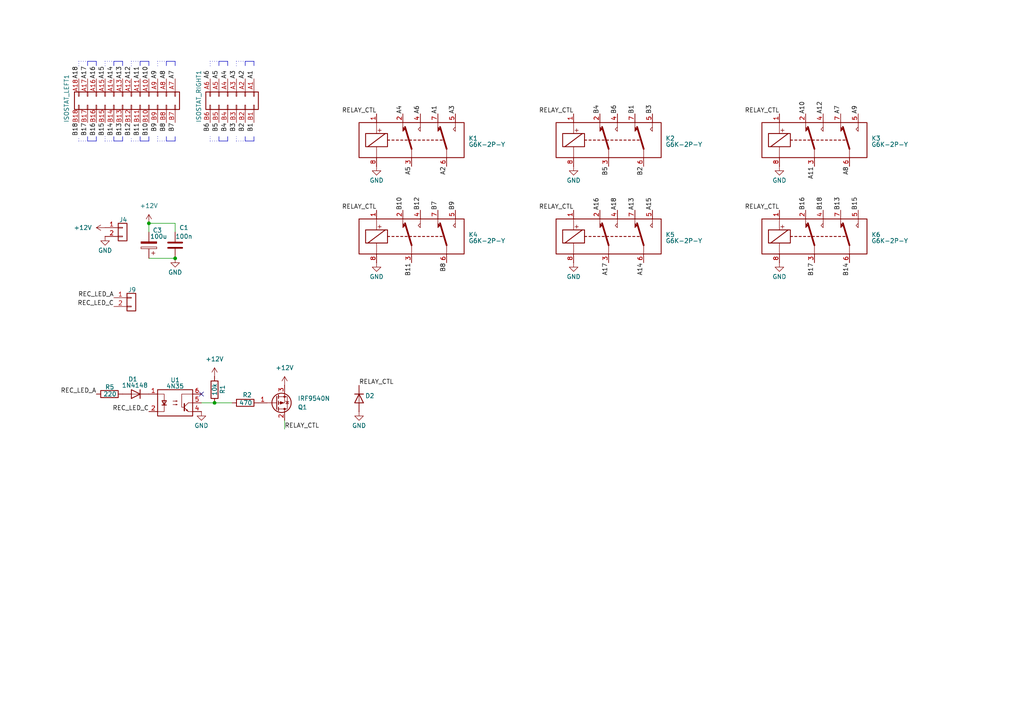
<source format=kicad_sch>
(kicad_sch (version 20250114) (generator "eeschema") (generator_version "9.0")
  (paper "A4")
  (lib_symbols
    (symbol "Connector_Generic:Conn_01x02" (pin_names (offset 1.016) (hide yes))
      (property "Reference" "J3" (at 2.54 0 0))
      (property "Value" "Conn_01x02" (at 2.54 -2.54 0))
      (symbol "Conn_01x02_1_1"
        (rectangle (start -1.27 1.27) (end 1.27 -3.81) (stroke (width 0.254)))
        (rectangle (start -1.27 0.127) (end 0 -0.127) (stroke (width 0.1524)))
        (rectangle (start -1.27 -2.413) (end 0 -2.667) (stroke (width 0.1524)))
        (pin passive line (at -5.08 0 0) (length 3.81) (name "Pin_1") (number "1"))
        (pin passive line (at -5.08 -2.54 0) (length 3.81) (name "Pin_2") (number "2"))
      )
    )
    (symbol "Connector_Generic:Conn_02x06_Row_Letter_Last" (pin_names (offset 1.016) (hide yes))
      (property "Reference" "ISOSTAT_RIGHT1" (at 7.62 -10.922 0))
      (symbol "Conn_02x06_Row_Letter_Last_1_1"
        (rectangle (start -1.27 6.35) (end 3.81 -8.89) (stroke (width 0.254)))
        (rectangle (start -1.27 5.207) (end 0 4.953) (stroke (width 0.1524)))
        (rectangle (start -1.27 2.667) (end 0 2.413) (stroke (width 0.1524)))
        (rectangle (start -1.27 0.127) (end 0 -0.127) (stroke (width 0.1524)))
        (rectangle (start -1.27 -2.413) (end 0 -2.667) (stroke (width 0.1524)))
        (rectangle (start -1.27 -4.953) (end 0 -5.207) (stroke (width 0.1524)))
        (rectangle (start -1.27 -7.493) (end 0 -7.747) (stroke (width 0.1524)))
        (rectangle (start 2.54 2.667) (end 3.81 2.413) (stroke (width 0.1524)))
        (rectangle (start 3.81 5.207) (end 2.54 4.953) (stroke (width 0.1524)))
        (rectangle (start 3.81 0.127) (end 2.54 -0.127) (stroke (width 0.1524)))
        (rectangle (start 3.81 -2.413) (end 2.54 -2.667) (stroke (width 0.1524)))
        (rectangle (start 3.81 -4.953) (end 2.54 -5.207) (stroke (width 0.1524)))
        (rectangle (start 3.81 -7.493) (end 2.54 -7.747) (stroke (width 0.1524)))
        (pin passive line (at -5.08 5.08 0) (length 3.81) (name "Pin_A1") (number "A1"))
        (pin passive line (at -5.08 2.54 0) (length 3.81) (name "Pin_A2") (number "A2"))
        (pin passive line (at -5.08 0 0) (length 3.81) (name "Pin_A3") (number "A3"))
        (pin passive line (at -5.08 -2.54 0) (length 3.81) (name "Pin_A4") (number "A4"))
        (pin passive line (at -5.08 -5.08 0) (length 3.81) (name "Pin_A5") (number "A5"))
        (pin passive line (at -5.08 -7.62 0) (length 3.81) (name "Pin_A6") (number "A6"))
        (pin passive line (at 7.62 5.08 180) (length 3.81) (name "Pin_B1") (number "B1"))
        (pin passive line (at 7.62 2.54 180) (length 3.81) (name "Pin_B2") (number "B2"))
        (pin passive line (at 7.62 0 180) (length 3.81) (name "Pin_B3") (number "B3"))
        (pin passive line (at 7.62 -2.54 180) (length 3.81) (name "Pin_B4") (number "B4"))
        (pin passive line (at 7.62 -5.08 180) (length 3.81) (name "Pin_B5") (number "B5"))
        (pin passive line (at 7.62 -7.62 180) (length 3.81) (name "Pin_B6") (number "B6"))
      )
    )
    (symbol "Connector_Generic:Conn_02x12_Row_Letter_Last" (pin_names (offset 1.016) (hide yes))
      (property "Reference" "ISOSTAT_LEFT1" (at 7.62 -18.796 0))
      (symbol "Conn_02x12_Row_Letter_Last_1_1"
        (rectangle (start -1.27 13.97) (end 3.81 -16.51) (stroke (width 0.254)))
        (rectangle (start -1.27 12.827) (end 0 12.573) (stroke (width 0.1524)))
        (rectangle (start -1.27 10.287) (end 0 10.033) (stroke (width 0.1524)))
        (rectangle (start -1.27 7.747) (end 0 7.493) (stroke (width 0.1524)))
        (rectangle (start -1.27 5.207) (end 0 4.953) (stroke (width 0.1524)))
        (rectangle (start -1.27 2.667) (end 0 2.413) (stroke (width 0.1524)))
        (rectangle (start -1.27 0.127) (end 0 -0.127) (stroke (width 0.1524)))
        (rectangle (start -1.27 -2.413) (end 0 -2.667) (stroke (width 0.1524)))
        (rectangle (start -1.27 -4.953) (end 0 -5.207) (stroke (width 0.1524)))
        (rectangle (start -1.27 -7.493) (end 0 -7.747) (stroke (width 0.1524)))
        (rectangle (start -1.27 -10.033) (end 0 -10.287) (stroke (width 0.1524)))
        (rectangle (start -1.27 -12.573) (end 0 -12.827) (stroke (width 0.1524)))
        (rectangle (start -1.27 -15.113) (end 0 -15.367) (stroke (width 0.1524)))
        (rectangle (start 3.81 12.827) (end 2.54 12.573) (stroke (width 0.1524)))
        (rectangle (start 3.81 10.287) (end 2.54 10.033) (stroke (width 0.1524)))
        (rectangle (start 3.81 7.747) (end 2.54 7.493) (stroke (width 0.1524)))
        (rectangle (start 3.81 5.207) (end 2.54 4.953) (stroke (width 0.1524)))
        (rectangle (start 3.81 2.667) (end 2.54 2.413) (stroke (width 0.1524)))
        (rectangle (start 3.81 0.127) (end 2.54 -0.127) (stroke (width 0.1524)))
        (rectangle (start 3.81 -2.413) (end 2.54 -2.667) (stroke (width 0.1524)))
        (rectangle (start 3.81 -4.953) (end 2.54 -5.207) (stroke (width 0.1524)))
        (rectangle (start 3.81 -7.493) (end 2.54 -7.747) (stroke (width 0.1524)))
        (rectangle (start 3.81 -10.033) (end 2.54 -10.287) (stroke (width 0.1524)))
        (rectangle (start 3.81 -12.573) (end 2.54 -12.827) (stroke (width 0.1524)))
        (rectangle (start 3.81 -15.113) (end 2.54 -15.367) (stroke (width 0.1524)))
        (pin passive line (at -5.08 12.7 0) (length 3.81) (name "Pin_A7") (number "A7"))
        (pin passive line (at -5.08 10.16 0) (length 3.81) (name "Pin_A8") (number "A8"))
        (pin passive line (at -5.08 7.62 0) (length 3.81) (name "Pin_A9") (number "A9"))
        (pin passive line (at -5.08 5.08 0) (length 3.81) (name "Pin_A10") (number "A10"))
        (pin passive line (at -5.08 2.54 0) (length 3.81) (name "Pin_A11") (number "A11"))
        (pin passive line (at -5.08 0 0) (length 3.81) (name "Pin_A12") (number "A12"))
        (pin passive line (at -5.08 -2.54 0) (length 3.81) (name "Pin_A13") (number "A13"))
        (pin passive line (at -5.08 -5.08 0) (length 3.81) (name "Pin_A14") (number "A14"))
        (pin passive line (at -5.08 -7.62 0) (length 3.81) (name "Pin_A15") (number "A15"))
        (pin passive line (at -5.08 -10.16 0) (length 3.81) (name "Pin_A16") (number "A16"))
        (pin passive line (at -5.08 -12.7 0) (length 3.81) (name "Pin_A17") (number "A17"))
        (pin passive line (at -5.08 -15.24 0) (length 3.81) (name "Pin_A18") (number "A18"))
        (pin passive line (at 7.62 12.7 180) (length 3.81) (name "Pin_B7") (number "B7"))
        (pin passive line (at 7.62 10.16 180) (length 3.81) (name "Pin_B8") (number "B8"))
        (pin passive line (at 7.62 7.62 180) (length 3.81) (name "Pin_B9") (number "B9"))
        (pin passive line (at 7.62 5.08 180) (length 3.81) (name "Pin_B10") (number "B10"))
        (pin passive line (at 7.62 2.54 180) (length 3.81) (name "Pin_B11") (number "B11"))
        (pin passive line (at 7.62 0 180) (length 3.81) (name "Pin_B12") (number "B12"))
        (pin passive line (at 7.62 -2.54 180) (length 3.81) (name "Pin_B13") (number "B13"))
        (pin passive line (at 7.62 -5.08 180) (length 3.81) (name "Pin_B14") (number "B14"))
        (pin passive line (at 7.62 -7.62 180) (length 3.81) (name "Pin_B15") (number "B15"))
        (pin passive line (at 7.62 -10.16 180) (length 3.81) (name "Pin_B16") (number "B16"))
        (pin passive line (at 7.62 -12.7 180) (length 3.81) (name "Pin_B17") (number "B17"))
        (pin passive line (at 7.62 -15.24 180) (length 3.81) (name "Pin_B18") (number "B18"))
      )
    )
    (symbol "Device:C" (pin_numbers (hide yes)) (pin_names (offset 0.254))
      (property "Reference" "C" (at 0.635 2.54 0))
      (property "Value" "C" (at 0.635 -2.54 0))
      (symbol "C_0_1"
        (polyline (pts (xy -2.032 0.762) (xy 2.032 0.762)) (stroke (width 0.508)))
        (polyline (pts (xy -2.032 -0.762) (xy 2.032 -0.762)) (stroke (width 0.508)))
      )
      (symbol "C_1_1"
        (pin passive line (at 0 3.81 270) (length 2.794) (name "~") (number "1"))
        (pin passive line (at 0 -3.81 90) (length 2.794) (name "~") (number "2"))
      )
    )
    (symbol "Device:C_Polarized" (pin_numbers (hide yes)) (pin_names (offset 0.254))
      (property "Reference" "C" (at 0.635 2.54 0))
      (property "Value" "C_Polarized" (at 0.635 -2.54 0))
      (symbol "C_Polarized_0_1"
        (rectangle (start -2.286 0.508) (end 2.286 1.016))
        (polyline (pts (xy -1.778 2.286) (xy -0.762 2.286)))
        (polyline (pts (xy -1.27 2.794) (xy -1.27 1.778)))
        (rectangle (start 2.286 -0.508) (end -2.286 -1.016) (fill (type outline)))
      )
      (symbol "C_Polarized_1_1"
        (pin passive line (at 0 3.81 270) (length 2.794) (name "~") (number "1"))
        (pin passive line (at 0 -3.81 90) (length 2.794) (name "~") (number "2"))
      )
    )
    (symbol "Device:R" (pin_numbers (hide yes)) (pin_names (offset 0))
      (property "Reference" "R" (at 2.032 0 90))
      (property "Value" "R" (at 0 0 90))
      (symbol "R_0_1"
        (rectangle (start -1.016 -2.54) (end 1.016 2.54) (stroke (width 0.254)))
      )
      (symbol "R_1_1"
        (pin passive line (at 0 3.81 270) (length 1.27) (name "~") (number "1"))
        (pin passive line (at 0 -3.81 90) (length 1.27) (name "~") (number "2"))
      )
    )
    (symbol "Diode:1N4148" (pin_numbers (hide yes)) (pin_names (hide yes))
      (property "Reference" "D" (at 0 2.54 0))
      (property "Value" "1N4148" (at 0 -2.54 0))
      (symbol "1N4148_0_1"
        (polyline (pts (xy -1.27 1.27) (xy -1.27 -1.27)) (stroke (width 0.254)))
        (polyline (pts (xy 1.27 1.27) (xy 1.27 -1.27) (xy -1.27 0) (xy 1.27 1.27)) (stroke (width 0.254)))
        (polyline (pts (xy 1.27 0) (xy -1.27 0)))
      )
      (symbol "1N4148_1_1"
        (pin passive line (at -3.81 0 0) (length 2.54) (name "K") (number "1"))
        (pin passive line (at 3.81 0 180) (length 2.54) (name "A") (number "2"))
      )
    )
    (symbol "G6K-2_2"
      (property "Reference" "K?" (at 16.51 0.0001 0))
      (symbol "G6K-2_2_0_0"
        (text "+" (at -9.271 2.921 0) (effects (font (size 1.27 1.27))))
      )
      (symbol "G6K-2_2_0_1"
        (rectangle (start -13.335 1.905) (end -6.985 -1.905) (stroke (width 0.254)))
        (polyline (pts (xy -12.7 -1.905) (xy -7.62 1.905)) (stroke (width 0.254)))
        (polyline (pts (xy -10.16 5.08) (xy -10.16 1.905)))
        (polyline (pts (xy -10.16 -5.08) (xy -10.16 -1.905)))
        (polyline (pts (xy -6.985 0) (xy -6.35 0)) (stroke (width 0.254)))
        (polyline (pts (xy -5.715 0) (xy -5.08 0)) (stroke (width 0.254)))
        (polyline (pts (xy -4.445 0) (xy -3.81 0)) (stroke (width 0.254)))
        (polyline (pts (xy -3.175 0) (xy -2.54 0)) (stroke (width 0.254)))
        (polyline (pts (xy -2.54 5.08) (xy -2.54 2.54) (xy -1.905 3.175) (xy -2.54 3.81)) (fill (type outline)))
        (polyline (pts (xy -1.905 0) (xy -1.27 0)) (stroke (width 0.254)))
        (polyline (pts (xy -0.635 0) (xy 0 0)) (stroke (width 0.254)))
        (polyline (pts (xy 0 -2.54) (xy -1.905 3.81)) (stroke (width 0.508)))
        (polyline (pts (xy 0 -2.54) (xy 0 -5.08)))
        (polyline (pts (xy 0.635 0) (xy 1.27 0)) (stroke (width 0.254)))
        (polyline (pts (xy 1.905 0) (xy 2.54 0)) (stroke (width 0.254)))
        (polyline (pts (xy 2.54 5.08) (xy 2.54 2.54) (xy 1.905 3.175) (xy 2.54 3.81)))
        (polyline (pts (xy 3.175 0) (xy 3.81 0)) (stroke (width 0.254)))
        (polyline (pts (xy 4.445 0) (xy 5.08 0)) (stroke (width 0.254)))
        (polyline (pts (xy 5.715 0) (xy 6.35 0)) (stroke (width 0.254)))
        (polyline (pts (xy 6.985 0) (xy 7.62 0)) (stroke (width 0.254)))
        (polyline (pts (xy 7.62 5.08) (xy 7.62 2.54) (xy 8.255 3.175) (xy 7.62 3.81)) (fill (type outline)))
        (polyline (pts (xy 8.255 0) (xy 8.89 0)) (stroke (width 0.254)))
        (polyline (pts (xy 10.16 -2.54) (xy 8.255 3.81)) (stroke (width 0.508)))
        (polyline (pts (xy 10.16 -2.54) (xy 10.16 -5.08)))
        (polyline (pts (xy 12.7 5.08) (xy 12.7 2.54) (xy 12.065 3.175) (xy 12.7 3.81)))
      )
      (symbol "G6K-2_2_1_1"
        (rectangle (start -15.24 5.08) (end 15.24 -5.08) (stroke (width 0.254)))
        (pin passive line (at -10.16 7.62 270) (length 2.54) (name "~") (number "1"))
        (pin passive line (at -10.16 -7.62 90) (length 2.54) (name "~") (number "8"))
        (pin passive line (at -2.54 7.62 270) (length 2.54) (name "~") (number "2"))
        (pin passive line (at 0 -7.62 90) (length 2.54) (name "~") (number "3"))
        (pin passive line (at 2.54 7.62 270) (length 2.54) (name "~") (number "4"))
        (pin passive line (at 7.62 7.62 270) (length 2.54) (name "~") (number "7"))
        (pin passive line (at 10.16 -7.62 90) (length 2.54) (name "~") (number "6"))
        (pin passive line (at 12.7 7.62 270) (length 2.54) (name "~") (number "5"))
      )
    )
    (symbol "G6K-2_3"
      (property "Reference" "K?" (at 16.51 0.0001 0))
      (symbol "G6K-2_3_0_0"
        (text "+" (at -9.271 2.921 0) (effects (font (size 1.27 1.27))))
      )
      (symbol "G6K-2_3_0_1"
        (rectangle (start -13.335 1.905) (end -6.985 -1.905) (stroke (width 0.254)))
        (polyline (pts (xy -12.7 -1.905) (xy -7.62 1.905)) (stroke (width 0.254)))
        (polyline (pts (xy -10.16 5.08) (xy -10.16 1.905)))
        (polyline (pts (xy -10.16 -5.08) (xy -10.16 -1.905)))
        (polyline (pts (xy -6.985 0) (xy -6.35 0)) (stroke (width 0.254)))
        (polyline (pts (xy -5.715 0) (xy -5.08 0)) (stroke (width 0.254)))
        (polyline (pts (xy -4.445 0) (xy -3.81 0)) (stroke (width 0.254)))
        (polyline (pts (xy -3.175 0) (xy -2.54 0)) (stroke (width 0.254)))
        (polyline (pts (xy -2.54 5.08) (xy -2.54 2.54) (xy -1.905 3.175) (xy -2.54 3.81)) (fill (type outline)))
        (polyline (pts (xy -1.905 0) (xy -1.27 0)) (stroke (width 0.254)))
        (polyline (pts (xy -0.635 0) (xy 0 0)) (stroke (width 0.254)))
        (polyline (pts (xy 0 -2.54) (xy -1.905 3.81)) (stroke (width 0.508)))
        (polyline (pts (xy 0 -2.54) (xy 0 -5.08)))
        (polyline (pts (xy 0.635 0) (xy 1.27 0)) (stroke (width 0.254)))
        (polyline (pts (xy 1.905 0) (xy 2.54 0)) (stroke (width 0.254)))
        (polyline (pts (xy 2.54 5.08) (xy 2.54 2.54) (xy 1.905 3.175) (xy 2.54 3.81)))
        (polyline (pts (xy 3.175 0) (xy 3.81 0)) (stroke (width 0.254)))
        (polyline (pts (xy 4.445 0) (xy 5.08 0)) (stroke (width 0.254)))
        (polyline (pts (xy 5.715 0) (xy 6.35 0)) (stroke (width 0.254)))
        (polyline (pts (xy 6.985 0) (xy 7.62 0)) (stroke (width 0.254)))
        (polyline (pts (xy 7.62 5.08) (xy 7.62 2.54) (xy 8.255 3.175) (xy 7.62 3.81)) (fill (type outline)))
        (polyline (pts (xy 8.255 0) (xy 8.89 0)) (stroke (width 0.254)))
        (polyline (pts (xy 10.16 -2.54) (xy 8.255 3.81)) (stroke (width 0.508)))
        (polyline (pts (xy 10.16 -2.54) (xy 10.16 -5.08)))
        (polyline (pts (xy 12.7 5.08) (xy 12.7 2.54) (xy 12.065 3.175) (xy 12.7 3.81)))
      )
      (symbol "G6K-2_3_1_1"
        (rectangle (start -15.24 5.08) (end 15.24 -5.08) (stroke (width 0.254)))
        (pin passive line (at -10.16 7.62 270) (length 2.54) (name "~") (number "1"))
        (pin passive line (at -10.16 -7.62 90) (length 2.54) (name "~") (number "8"))
        (pin passive line (at -2.54 7.62 270) (length 2.54) (name "~") (number "2"))
        (pin passive line (at 0 -7.62 90) (length 2.54) (name "~") (number "3"))
        (pin passive line (at 2.54 7.62 270) (length 2.54) (name "~") (number "4"))
        (pin passive line (at 7.62 7.62 270) (length 2.54) (name "~") (number "7"))
        (pin passive line (at 10.16 -7.62 90) (length 2.54) (name "~") (number "6"))
        (pin passive line (at 12.7 7.62 270) (length 2.54) (name "~") (number "5"))
      )
    )
    (symbol "G6K-2_5"
      (property "Reference" "K?" (at 16.51 0.0001 0))
      (symbol "G6K-2_5_0_0"
        (text "+" (at -9.271 2.921 0) (effects (font (size 1.27 1.27))))
      )
      (symbol "G6K-2_5_0_1"
        (rectangle (start -13.335 1.905) (end -6.985 -1.905) (stroke (width 0.254)))
        (polyline (pts (xy -12.7 -1.905) (xy -7.62 1.905)) (stroke (width 0.254)))
        (polyline (pts (xy -10.16 5.08) (xy -10.16 1.905)))
        (polyline (pts (xy -10.16 -5.08) (xy -10.16 -1.905)))
        (polyline (pts (xy -6.985 0) (xy -6.35 0)) (stroke (width 0.254)))
        (polyline (pts (xy -5.715 0) (xy -5.08 0)) (stroke (width 0.254)))
        (polyline (pts (xy -4.445 0) (xy -3.81 0)) (stroke (width 0.254)))
        (polyline (pts (xy -3.175 0) (xy -2.54 0)) (stroke (width 0.254)))
        (polyline (pts (xy -2.54 5.08) (xy -2.54 2.54) (xy -1.905 3.175) (xy -2.54 3.81)) (fill (type outline)))
        (polyline (pts (xy -1.905 0) (xy -1.27 0)) (stroke (width 0.254)))
        (polyline (pts (xy -0.635 0) (xy 0 0)) (stroke (width 0.254)))
        (polyline (pts (xy 0 -2.54) (xy -1.905 3.81)) (stroke (width 0.508)))
        (polyline (pts (xy 0 -2.54) (xy 0 -5.08)))
        (polyline (pts (xy 0.635 0) (xy 1.27 0)) (stroke (width 0.254)))
        (polyline (pts (xy 1.905 0) (xy 2.54 0)) (stroke (width 0.254)))
        (polyline (pts (xy 2.54 5.08) (xy 2.54 2.54) (xy 1.905 3.175) (xy 2.54 3.81)))
        (polyline (pts (xy 3.175 0) (xy 3.81 0)) (stroke (width 0.254)))
        (polyline (pts (xy 4.445 0) (xy 5.08 0)) (stroke (width 0.254)))
        (polyline (pts (xy 5.715 0) (xy 6.35 0)) (stroke (width 0.254)))
        (polyline (pts (xy 6.985 0) (xy 7.62 0)) (stroke (width 0.254)))
        (polyline (pts (xy 7.62 5.08) (xy 7.62 2.54) (xy 8.255 3.175) (xy 7.62 3.81)) (fill (type outline)))
        (polyline (pts (xy 8.255 0) (xy 8.89 0)) (stroke (width 0.254)))
        (polyline (pts (xy 10.16 -2.54) (xy 8.255 3.81)) (stroke (width 0.508)))
        (polyline (pts (xy 10.16 -2.54) (xy 10.16 -5.08)))
        (polyline (pts (xy 12.7 5.08) (xy 12.7 2.54) (xy 12.065 3.175) (xy 12.7 3.81)))
      )
      (symbol "G6K-2_5_1_1"
        (rectangle (start -15.24 5.08) (end 15.24 -5.08) (stroke (width 0.254)))
        (pin passive line (at -10.16 7.62 270) (length 2.54) (name "~") (number "1"))
        (pin passive line (at -10.16 -7.62 90) (length 2.54) (name "~") (number "8"))
        (pin passive line (at -2.54 7.62 270) (length 2.54) (name "~") (number "2"))
        (pin passive line (at 0 -7.62 90) (length 2.54) (name "~") (number "3"))
        (pin passive line (at 2.54 7.62 270) (length 2.54) (name "~") (number "4"))
        (pin passive line (at 7.62 7.62 270) (length 2.54) (name "~") (number "7"))
        (pin passive line (at 10.16 -7.62 90) (length 2.54) (name "~") (number "6"))
        (pin passive line (at 12.7 7.62 270) (length 2.54) (name "~") (number "5"))
      )
    )
    (symbol "G6K-2_6"
      (property "Reference" "K?" (at 16.51 0.0001 0))
      (symbol "G6K-2_6_0_0"
        (text "+" (at -9.271 2.921 0) (effects (font (size 1.27 1.27))))
      )
      (symbol "G6K-2_6_0_1"
        (rectangle (start -13.335 1.905) (end -6.985 -1.905) (stroke (width 0.254)))
        (polyline (pts (xy -12.7 -1.905) (xy -7.62 1.905)) (stroke (width 0.254)))
        (polyline (pts (xy -10.16 5.08) (xy -10.16 1.905)))
        (polyline (pts (xy -10.16 -5.08) (xy -10.16 -1.905)))
        (polyline (pts (xy -6.985 0) (xy -6.35 0)) (stroke (width 0.254)))
        (polyline (pts (xy -5.715 0) (xy -5.08 0)) (stroke (width 0.254)))
        (polyline (pts (xy -4.445 0) (xy -3.81 0)) (stroke (width 0.254)))
        (polyline (pts (xy -3.175 0) (xy -2.54 0)) (stroke (width 0.254)))
        (polyline (pts (xy -2.54 5.08) (xy -2.54 2.54) (xy -1.905 3.175) (xy -2.54 3.81)) (fill (type outline)))
        (polyline (pts (xy -1.905 0) (xy -1.27 0)) (stroke (width 0.254)))
        (polyline (pts (xy -0.635 0) (xy 0 0)) (stroke (width 0.254)))
        (polyline (pts (xy 0 -2.54) (xy -1.905 3.81)) (stroke (width 0.508)))
        (polyline (pts (xy 0 -2.54) (xy 0 -5.08)))
        (polyline (pts (xy 0.635 0) (xy 1.27 0)) (stroke (width 0.254)))
        (polyline (pts (xy 1.905 0) (xy 2.54 0)) (stroke (width 0.254)))
        (polyline (pts (xy 2.54 5.08) (xy 2.54 2.54) (xy 1.905 3.175) (xy 2.54 3.81)))
        (polyline (pts (xy 3.175 0) (xy 3.81 0)) (stroke (width 0.254)))
        (polyline (pts (xy 4.445 0) (xy 5.08 0)) (stroke (width 0.254)))
        (polyline (pts (xy 5.715 0) (xy 6.35 0)) (stroke (width 0.254)))
        (polyline (pts (xy 6.985 0) (xy 7.62 0)) (stroke (width 0.254)))
        (polyline (pts (xy 7.62 5.08) (xy 7.62 2.54) (xy 8.255 3.175) (xy 7.62 3.81)) (fill (type outline)))
        (polyline (pts (xy 8.255 0) (xy 8.89 0)) (stroke (width 0.254)))
        (polyline (pts (xy 10.16 -2.54) (xy 8.255 3.81)) (stroke (width 0.508)))
        (polyline (pts (xy 10.16 -2.54) (xy 10.16 -5.08)))
        (polyline (pts (xy 12.7 5.08) (xy 12.7 2.54) (xy 12.065 3.175) (xy 12.7 3.81)))
      )
      (symbol "G6K-2_6_1_1"
        (rectangle (start -15.24 5.08) (end 15.24 -5.08) (stroke (width 0.254)))
        (pin passive line (at -10.16 7.62 270) (length 2.54) (name "~") (number "1"))
        (pin passive line (at -10.16 -7.62 90) (length 2.54) (name "~") (number "8"))
        (pin passive line (at -2.54 7.62 270) (length 2.54) (name "~") (number "2"))
        (pin passive line (at 0 -7.62 90) (length 2.54) (name "~") (number "3"))
        (pin passive line (at 2.54 7.62 270) (length 2.54) (name "~") (number "4"))
        (pin passive line (at 7.62 7.62 270) (length 2.54) (name "~") (number "7"))
        (pin passive line (at 10.16 -7.62 90) (length 2.54) (name "~") (number "6"))
        (pin passive line (at 12.7 7.62 270) (length 2.54) (name "~") (number "5"))
      )
    )
    (symbol "G6K-2_7"
      (property "Reference" "K?" (at 16.51 0.0001 0))
      (symbol "G6K-2_7_0_0"
        (text "+" (at -9.271 2.921 0) (effects (font (size 1.27 1.27))))
      )
      (symbol "G6K-2_7_0_1"
        (rectangle (start -13.335 1.905) (end -6.985 -1.905) (stroke (width 0.254)))
        (polyline (pts (xy -12.7 -1.905) (xy -7.62 1.905)) (stroke (width 0.254)))
        (polyline (pts (xy -10.16 5.08) (xy -10.16 1.905)))
        (polyline (pts (xy -10.16 -5.08) (xy -10.16 -1.905)))
        (polyline (pts (xy -6.985 0) (xy -6.35 0)) (stroke (width 0.254)))
        (polyline (pts (xy -5.715 0) (xy -5.08 0)) (stroke (width 0.254)))
        (polyline (pts (xy -4.445 0) (xy -3.81 0)) (stroke (width 0.254)))
        (polyline (pts (xy -3.175 0) (xy -2.54 0)) (stroke (width 0.254)))
        (polyline (pts (xy -2.54 5.08) (xy -2.54 2.54) (xy -1.905 3.175) (xy -2.54 3.81)) (fill (type outline)))
        (polyline (pts (xy -1.905 0) (xy -1.27 0)) (stroke (width 0.254)))
        (polyline (pts (xy -0.635 0) (xy 0 0)) (stroke (width 0.254)))
        (polyline (pts (xy 0 -2.54) (xy -1.905 3.81)) (stroke (width 0.508)))
        (polyline (pts (xy 0 -2.54) (xy 0 -5.08)))
        (polyline (pts (xy 0.635 0) (xy 1.27 0)) (stroke (width 0.254)))
        (polyline (pts (xy 1.905 0) (xy 2.54 0)) (stroke (width 0.254)))
        (polyline (pts (xy 2.54 5.08) (xy 2.54 2.54) (xy 1.905 3.175) (xy 2.54 3.81)))
        (polyline (pts (xy 3.175 0) (xy 3.81 0)) (stroke (width 0.254)))
        (polyline (pts (xy 4.445 0) (xy 5.08 0)) (stroke (width 0.254)))
        (polyline (pts (xy 5.715 0) (xy 6.35 0)) (stroke (width 0.254)))
        (polyline (pts (xy 6.985 0) (xy 7.62 0)) (stroke (width 0.254)))
        (polyline (pts (xy 7.62 5.08) (xy 7.62 2.54) (xy 8.255 3.175) (xy 7.62 3.81)) (fill (type outline)))
        (polyline (pts (xy 8.255 0) (xy 8.89 0)) (stroke (width 0.254)))
        (polyline (pts (xy 10.16 -2.54) (xy 8.255 3.81)) (stroke (width 0.508)))
        (polyline (pts (xy 10.16 -2.54) (xy 10.16 -5.08)))
        (polyline (pts (xy 12.7 5.08) (xy 12.7 2.54) (xy 12.065 3.175) (xy 12.7 3.81)))
      )
      (symbol "G6K-2_7_1_1"
        (rectangle (start -15.24 5.08) (end 15.24 -5.08) (stroke (width 0.254)))
        (pin passive line (at -10.16 7.62 270) (length 2.54) (name "~") (number "1"))
        (pin passive line (at -10.16 -7.62 90) (length 2.54) (name "~") (number "8"))
        (pin passive line (at -2.54 7.62 270) (length 2.54) (name "~") (number "2"))
        (pin passive line (at 0 -7.62 90) (length 2.54) (name "~") (number "3"))
        (pin passive line (at 2.54 7.62 270) (length 2.54) (name "~") (number "4"))
        (pin passive line (at 7.62 7.62 270) (length 2.54) (name "~") (number "7"))
        (pin passive line (at 10.16 -7.62 90) (length 2.54) (name "~") (number "6"))
        (pin passive line (at 12.7 7.62 270) (length 2.54) (name "~") (number "5"))
      )
    )
    (symbol "Isolator:4N35" (pin_names (offset 1.016))
      (property "Reference" "U?" (at 0 8.89 0))
      (property "Value" "4N35" (at 0 6.35 0))
      (symbol "4N35_0_1"
        (polyline (pts (xy -5.08 -2.54) (xy -3.175 -2.54) (xy -3.175 2.54) (xy -5.08 2.54)))
        (polyline (pts (xy -3.81 -0.635) (xy -2.54 -0.635)) (stroke (width 0.254)))
        (polyline (pts (xy -3.175 -0.635) (xy -3.81 0.635) (xy -2.54 0.635) (xy -3.175 -0.635)) (stroke (width 0.254)))
        (polyline (pts (xy -0.635 0.508) (xy 0.635 0.508) (xy 0.254 0.381) (xy 0.254 0.635) (xy 0.635 0.508)))
        (polyline (pts (xy -0.635 -0.508) (xy 0.635 -0.508) (xy 0.254 -0.635) (xy 0.254 -0.381) (xy 0.635 -0.508)))
        (polyline (pts (xy 2.667 -0.254) (xy 2.667 -2.286) (xy 2.667 -2.286)) (stroke (width 0.3556)))
        (polyline (pts (xy 2.667 -1.143) (xy 3.81 0)))
        (polyline (pts (xy 2.667 -1.397) (xy 3.81 -2.54)))
        (polyline (pts (xy 3.683 -2.413) (xy 3.429 -1.905) (xy 3.175 -2.159) (xy 3.683 -2.413)))
        (polyline (pts (xy 3.81 0) (xy 5.08 0)))
        (polyline (pts (xy 3.81 -2.54) (xy 5.08 -2.54)))
        (polyline (pts (xy 5.08 2.54) (xy 1.905 2.54) (xy 1.905 -1.27) (xy 2.54 -1.27)))
      )
      (symbol "4N35_1_1"
        (rectangle (start -5.08 3.81) (end 5.08 -3.81) (stroke (width 0.254)))
        (pin passive line (at -7.62 2.54 0) (length 2.54) (name "~") (number "1"))
        (pin passive line (at -7.62 -2.54 0) (length 2.54) (name "~") (number "2"))
        (pin no_connect line (at -5.08 0 0) (length 2.54) (hide yes) (name "NC") (number "3"))
        (pin passive line (at 7.62 2.54 180) (length 2.54) (name "~") (number "6"))
        (pin passive line (at 7.62 0 180) (length 2.54) (name "~") (number "5"))
        (pin passive line (at 7.62 -2.54 180) (length 2.54) (name "~") (number "4"))
      )
    )
    (symbol "Relay:G6K-2"
      (property "Reference" "K?" (at 16.51 0.0001 0))
      (symbol "G6K-2_0_0"
        (text "+" (at -9.271 2.921 0) (effects (font (size 1.27 1.27))))
      )
      (symbol "G6K-2_0_1"
        (rectangle (start -13.335 1.905) (end -6.985 -1.905) (stroke (width 0.254)))
        (polyline (pts (xy -12.7 -1.905) (xy -7.62 1.905)) (stroke (width 0.254)))
        (polyline (pts (xy -10.16 5.08) (xy -10.16 1.905)))
        (polyline (pts (xy -10.16 -5.08) (xy -10.16 -1.905)))
        (polyline (pts (xy -6.985 0) (xy -6.35 0)) (stroke (width 0.254)))
        (polyline (pts (xy -5.715 0) (xy -5.08 0)) (stroke (width 0.254)))
        (polyline (pts (xy -4.445 0) (xy -3.81 0)) (stroke (width 0.254)))
        (polyline (pts (xy -3.175 0) (xy -2.54 0)) (stroke (width 0.254)))
        (polyline (pts (xy -2.54 5.08) (xy -2.54 2.54) (xy -1.905 3.175) (xy -2.54 3.81)) (fill (type outline)))
        (polyline (pts (xy -1.905 0) (xy -1.27 0)) (stroke (width 0.254)))
        (polyline (pts (xy -0.635 0) (xy 0 0)) (stroke (width 0.254)))
        (polyline (pts (xy 0 -2.54) (xy -1.905 3.81)) (stroke (width 0.508)))
        (polyline (pts (xy 0 -2.54) (xy 0 -5.08)))
        (polyline (pts (xy 0.635 0) (xy 1.27 0)) (stroke (width 0.254)))
        (polyline (pts (xy 1.905 0) (xy 2.54 0)) (stroke (width 0.254)))
        (polyline (pts (xy 2.54 5.08) (xy 2.54 2.54) (xy 1.905 3.175) (xy 2.54 3.81)))
        (polyline (pts (xy 3.175 0) (xy 3.81 0)) (stroke (width 0.254)))
        (polyline (pts (xy 4.445 0) (xy 5.08 0)) (stroke (width 0.254)))
        (polyline (pts (xy 5.715 0) (xy 6.35 0)) (stroke (width 0.254)))
        (polyline (pts (xy 6.985 0) (xy 7.62 0)) (stroke (width 0.254)))
        (polyline (pts (xy 7.62 5.08) (xy 7.62 2.54) (xy 8.255 3.175) (xy 7.62 3.81)) (fill (type outline)))
        (polyline (pts (xy 8.255 0) (xy 8.89 0)) (stroke (width 0.254)))
        (polyline (pts (xy 10.16 -2.54) (xy 8.255 3.81)) (stroke (width 0.508)))
        (polyline (pts (xy 10.16 -2.54) (xy 10.16 -5.08)))
        (polyline (pts (xy 12.7 5.08) (xy 12.7 2.54) (xy 12.065 3.175) (xy 12.7 3.81)))
      )
      (symbol "G6K-2_1_1"
        (rectangle (start -15.24 5.08) (end 15.24 -5.08) (stroke (width 0.254)))
        (pin passive line (at -10.16 7.62 270) (length 2.54) (name "~") (number "1"))
        (pin passive line (at -10.16 -7.62 90) (length 2.54) (name "~") (number "8"))
        (pin passive line (at -2.54 7.62 270) (length 2.54) (name "~") (number "2"))
        (pin passive line (at 0 -7.62 90) (length 2.54) (name "~") (number "3"))
        (pin passive line (at 2.54 7.62 270) (length 2.54) (name "~") (number "4"))
        (pin passive line (at 7.62 7.62 270) (length 2.54) (name "~") (number "7"))
        (pin passive line (at 10.16 -7.62 90) (length 2.54) (name "~") (number "6"))
        (pin passive line (at 12.7 7.62 270) (length 2.54) (name "~") (number "5"))
      )
    )
    (symbol "Transistor_FET:IRF9540N" (pin_names (hide yes))
      (property "Reference" "Q" (at 5.08 1.905 0))
      (property "Value" "IRF9540N" (at 5.08 0 0))
      (symbol "IRF9540N_0_1"
        (polyline (pts (xy 0.254 1.905) (xy 0.254 -1.905)) (stroke (width 0.254)))
        (polyline (pts (xy 0.254 0) (xy -2.54 0)))
        (polyline (pts (xy 0.762 2.286) (xy 0.762 1.27)) (stroke (width 0.254)))
        (polyline (pts (xy 0.762 1.778) (xy 3.302 1.778) (xy 3.302 -1.778) (xy 0.762 -1.778)))
        (polyline (pts (xy 0.762 0.508) (xy 0.762 -0.508)) (stroke (width 0.254)))
        (polyline (pts (xy 0.762 -1.27) (xy 0.762 -2.286)) (stroke (width 0.254)))
        (circle (center 1.651 0) (radius 2.794) (stroke (width 0.254)))
        (polyline (pts (xy 2.286 0) (xy 1.27 0.381) (xy 1.27 -0.381) (xy 2.286 0)) (fill (type outline)))
        (polyline (pts (xy 2.54 2.54) (xy 2.54 1.778)))
        (circle (center 2.54 1.778) (radius 0.254) (fill (type outline)))
        (circle (center 2.54 -1.778) (radius 0.254) (fill (type outline)))
        (polyline (pts (xy 2.54 -2.54) (xy 2.54 0) (xy 0.762 0)))
        (polyline (pts (xy 2.794 -0.508) (xy 2.921 -0.381) (xy 3.683 -0.381) (xy 3.81 -0.254)))
        (polyline (pts (xy 3.302 -0.381) (xy 2.921 0.254) (xy 3.683 0.254) (xy 3.302 -0.381)))
      )
      (symbol "IRF9540N_1_1"
        (pin input line (at -5.08 0 0) (length 2.54) (name "G") (number "1"))
        (pin passive line (at 2.54 5.08 270) (length 2.54) (name "D") (number "2"))
        (pin passive line (at 2.54 -5.08 90) (length 2.54) (name "S") (number "3"))
      )
    )
    (symbol "power:+12V" (power) (pin_numbers (hide yes)) (pin_names (offset 0) (hide yes))
      (property "Value" "+12V" (at 0 3.556 0))
      (symbol "+12V_0_1"
        (polyline (pts (xy -0.762 1.27) (xy 0 2.54)))
        (polyline (pts (xy 0 2.54) (xy 0.762 1.27)))
        (polyline (pts (xy 0 0) (xy 0 2.54)))
      )
      (symbol "+12V_1_1"
        (pin power_in line (at 0 0 90) (length 0) (name "~") (number "1"))
      )
    )
    (symbol "power:GND" (power) (pin_numbers (hide yes)) (pin_names (offset 0) (hide yes))
      (property "Value" "GND" (at 0 -3.81 0))
      (symbol "GND_0_1"
        (polyline (pts (xy 0 0) (xy 0 -1.27) (xy 1.27 -1.27) (xy 0 -2.54) (xy -1.27 -1.27) (xy 0 -1.27)))
      )
      (symbol "GND_1_1"
        (pin power_in line (at 0 0 270) (length 0) (name "~") (number "1"))
      )
    )
  )
  (junction (at 50.8 74.93))
  (junction (at 43.18 64.77))
  (junction (at 62.23 116.84))
  (no_connect (at 58.42 114.3))
  (polyline (pts (xy 33.02 40.894) (xy 35.56 40.894)))
  (polyline (pts (xy 66.04 19.05) (xy 66.04 17.78)))
  (polyline (pts (xy 38.1 17.78) (xy 38.1 19.685)) (stroke (width 0) (type dot)))
  (polyline (pts (xy 30.48 39.624) (xy 30.48 39.624)) (stroke (width 0) (type dot)))
  (polyline (pts (xy 27.94 40.894) (xy 27.94 39.624)))
  (polyline (pts (xy 30.48 17.78) (xy 33.02 17.78)) (stroke (width 0) (type dot)))
  (polyline (pts (xy 35.56 40.894) (xy 35.56 39.624)))
  (polyline (pts (xy 48.26 17.78) (xy 48.26 19.05)))
  (polyline (pts (xy 68.58 39.624) (xy 68.58 39.624)) (stroke (width 0) (type dot)))
  (polyline (pts (xy 25.4 17.78) (xy 25.4 19.05)))
  (polyline (pts (xy 22.86 40.894) (xy 25.4 40.894)) (stroke (width 0) (type dot)))
  (polyline (pts (xy 38.1 17.78) (xy 40.64 17.78)) (stroke (width 0) (type dot)))
  (polyline (pts (xy 66.04 40.894) (xy 66.04 39.624)))
  (polyline (pts (xy 40.64 17.78) (xy 40.64 19.05)))
  (polyline (pts (xy 71.12 17.78) (xy 71.12 19.05)))
  (polyline (pts (xy 40.64 39.624) (xy 40.64 40.894)))
  (polyline (pts (xy 22.86 17.78) (xy 25.4 17.78)) (stroke (width 0) (type dot)))
  (polyline (pts (xy 45.72 40.894) (xy 48.26 40.894)) (stroke (width 0) (type dot)))
  (polyline (pts (xy 45.72 17.78) (xy 45.72 19.685)) (stroke (width 0) (type dot)))
  (wire (pts (xy 43.18 64.77) (xy 43.18 67.31)))
  (polyline (pts (xy 35.56 17.78) (xy 33.02 17.78)))
  (polyline (pts (xy 63.5 17.78) (xy 63.5 19.05)))
  (polyline (pts (xy 43.18 19.05) (xy 43.18 17.78)))
  (polyline (pts (xy 50.8 19.05) (xy 50.8 17.78)))
  (polyline (pts (xy 68.58 40.894) (xy 71.12 40.894)) (stroke (width 0) (type dot)))
  (polyline (pts (xy 33.02 17.78) (xy 33.02 19.05)))
  (polyline (pts (xy 22.86 17.78) (xy 22.86 19.685)) (stroke (width 0) (type dot)))
  (polyline (pts (xy 60.96 40.894) (xy 60.96 39.624)) (stroke (width 0) (type dot)))
  (wire (pts (xy 62.23 116.84) (xy 67.31 116.84)))
  (wire (pts (xy 58.42 116.84) (xy 62.23 116.84)))
  (polyline (pts (xy 38.1 40.894) (xy 38.1 39.624)) (stroke (width 0) (type dot)))
  (polyline (pts (xy 71.12 40.894) (xy 73.66 40.894)))
  (polyline (pts (xy 60.96 40.894) (xy 63.5 40.894)) (stroke (width 0) (type dot)))
  (polyline (pts (xy 66.04 17.78) (xy 63.5 17.78)))
  (polyline (pts (xy 68.58 17.78) (xy 68.58 19.685)) (stroke (width 0) (type dot)))
  (polyline (pts (xy 71.12 39.624) (xy 71.12 40.894)))
  (polyline (pts (xy 45.72 17.78) (xy 48.26 17.78)) (stroke (width 0) (type dot)))
  (polyline (pts (xy 60.96 17.78) (xy 63.5 17.78)) (stroke (width 0) (type dot)))
  (polyline (pts (xy 30.48 40.894) (xy 33.02 40.894)) (stroke (width 0) (type dot)))
  (polyline (pts (xy 30.48 40.894) (xy 30.48 39.624)) (stroke (width 0) (type dot)))
  (polyline (pts (xy 45.72 40.894) (xy 45.72 39.624)) (stroke (width 0) (type dot)))
  (polyline (pts (xy 45.72 39.624) (xy 45.72 39.624)) (stroke (width 0) (type dot)))
  (polyline (pts (xy 25.4 39.624) (xy 25.4 40.894)))
  (wire (pts (xy 43.18 74.93) (xy 50.8 74.93)))
  (polyline (pts (xy 63.5 39.624) (xy 63.5 40.894)))
  (polyline (pts (xy 22.86 40.894) (xy 22.86 39.624)) (stroke (width 0) (type dot)))
  (polyline (pts (xy 38.1 40.894) (xy 40.64 40.894)) (stroke (width 0) (type dot)))
  (polyline (pts (xy 73.66 40.894) (xy 73.66 39.624)))
  (polyline (pts (xy 60.96 17.78) (xy 60.96 19.685)) (stroke (width 0) (type dot)))
  (polyline (pts (xy 73.66 19.05) (xy 73.66 17.78)))
  (wire (pts (xy 50.8 64.77) (xy 50.8 67.31)))
  (polyline (pts (xy 43.18 40.894) (xy 43.18 39.624)))
  (polyline (pts (xy 73.66 17.78) (xy 71.12 17.78)))
  (polyline (pts (xy 30.48 17.78) (xy 30.48 19.685)) (stroke (width 0) (type dot)))
  (polyline (pts (xy 43.18 17.78) (xy 40.64 17.78)))
  (polyline (pts (xy 60.96 39.624) (xy 60.96 39.624)) (stroke (width 0) (type dot)))
  (polyline (pts (xy 27.94 17.78) (xy 25.4 17.78)))
  (polyline (pts (xy 35.56 19.05) (xy 35.56 17.78)))
  (wire (pts (xy 82.55 124.46) (xy 82.55 121.92)))
  (polyline (pts (xy 50.8 17.78) (xy 48.26 17.78)))
  (wire (pts (xy 50.8 64.77) (xy 43.18 64.77)))
  (polyline (pts (xy 45.72 39.624) (xy 45.72 39.624)))
  (polyline (pts (xy 50.8 40.894) (xy 50.8 39.624)))
  (polyline (pts (xy 63.5 40.894) (xy 66.04 40.894)))
  (polyline (pts (xy 27.94 19.05) (xy 27.94 17.78)))
  (polyline (pts (xy 48.26 40.894) (xy 50.8 40.894)))
  (polyline (pts (xy 25.4 40.894) (xy 27.94 40.894)))
  (polyline (pts (xy 48.26 39.624) (xy 48.26 40.894)))
  (polyline (pts (xy 68.58 40.894) (xy 68.58 39.624)) (stroke (width 0) (type dot)))
  (polyline (pts (xy 40.64 40.894) (xy 43.18 40.894)))
  (polyline (pts (xy 33.02 39.624) (xy 33.02 40.894)))
  (polyline (pts (xy 68.58 17.78) (xy 71.12 17.78)) (stroke (width 0) (type dot)))
  (label "A16" (at 27.94 22.86 90))
  (label "A11" (at 236.22 48.26 270))
  (label "B9" (at 132.08 60.96 90))
  (label "A3" (at 68.58 22.86 90))
  (label "A10" (at 43.18 22.86 90))
  (label "A18" (at 179.07 60.96 90))
  (label "B2" (at 186.69 48.26 270))
  (label "B4" (at 173.99 33.02 90))
  (label "B6" (at 179.07 33.02 90))
  (label "A2" (at 71.12 22.86 90))
  (label "B17" (at 25.4 35.56 270))
  (label "A17" (at 176.53 76.2 270))
  (label "A12" (at 238.76 33.02 90))
  (label "A7" (at 50.8 22.86 90))
  (label "RELAY_CTL" (at 104.14 111.76 0))
  (label "REC_LED_A" (at 27.94 114.3 180))
  (label "B16" (at 27.94 35.56 270))
  (label "A1" (at 127 33.02 90))
  (label "B3" (at 189.23 33.02 90))
  (label "A1" (at 73.66 22.86 90))
  (label "B11" (at 119.38 76.2 270))
  (label "B7" (at 127 60.96 90))
  (label "RELAY_CTL" (at 166.37 60.96 180))
  (label "B13" (at 243.84 60.96 90))
  (label "RELAY_CTL" (at 109.22 33.02 180))
  (label "B15" (at 30.48 35.56 270))
  (label "RELAY_CTL" (at 226.06 60.96 180))
  (label "A5" (at 119.38 48.26 270))
  (label "RELAY_CTL" (at 109.22 60.96 180))
  (label "A9" (at 45.72 22.86 90))
  (label "B6" (at 60.96 35.56 270))
  (label "A8" (at 48.26 22.86 90))
  (label "B18" (at 22.86 35.56 270))
  (label "A13" (at 35.56 22.86 90))
  (label "A6" (at 121.92 33.02 90))
  (label "B2" (at 71.12 35.56 270))
  (label "A17" (at 25.4 22.86 90))
  (label "B5" (at 176.53 48.26 270))
  (label "B17" (at 236.22 76.2 270))
  (label "RELAY_CTL" (at 82.55 124.46 0))
  (label "B8" (at 129.54 76.2 270))
  (label "A16" (at 173.99 60.96 90))
  (label "A11" (at 40.64 22.86 90))
  (label "A14" (at 33.02 22.86 90))
  (label "REC_LED_A" (at 33.02 86.36 180))
  (label "B11" (at 40.64 35.56 270))
  (label "B15" (at 248.92 60.96 90))
  (label "B12" (at 38.1 35.56 270))
  (label "A9" (at 248.92 33.02 90))
  (label "B13" (at 35.56 35.56 270))
  (label "A15" (at 30.48 22.86 90))
  (label "B12" (at 121.92 60.96 90))
  (label "A4" (at 66.04 22.86 90))
  (label "B1" (at 73.66 35.56 270))
  (label "B10" (at 116.84 60.96 90))
  (label "B9" (at 45.72 35.56 270))
  (label "B10" (at 43.18 35.56 270))
  (label "B18" (at 238.76 60.96 90))
  (label "A5" (at 63.5 22.86 90))
  (label "A4" (at 116.84 33.02 90))
  (label "B1" (at 184.15 33.02 90))
  (label "A15" (at 189.23 60.96 90))
  (label "A2" (at 129.54 48.26 270))
  (label "A8" (at 246.38 48.26 270))
  (label "B5" (at 63.5 35.56 270))
  (label "B14" (at 246.38 76.2 270))
  (label "REC_LED_C" (at 43.18 119.38 180))
  (label "A14" (at 186.69 76.2 270))
  (label "B4" (at 66.04 35.56 270))
  (label "B7" (at 50.8 35.56 270))
  (label "B14" (at 33.02 35.56 270))
  (label "RELAY_CTL" (at 166.37 33.02 180))
  (label "A7" (at 243.84 33.02 90))
  (label "RELAY_CTL" (at 226.06 33.02 180))
  (label "A18" (at 22.86 22.86 90))
  (label "B3" (at 68.58 35.56 270))
  (label "B16" (at 233.68 60.96 90))
  (label "A6" (at 60.96 22.86 90))
  (label "B8" (at 48.26 35.56 270))
  (label "A13" (at 184.15 60.96 90))
  (label "A12" (at 38.1 22.86 90))
  (label "A3" (at 132.08 33.02 90))
  (label "A10" (at 233.68 33.02 90))
  (label "REC_LED_C" (at 33.02 88.9 180))
  (symbol (lib_id "Connector_Generic:Conn_01x02") (at 38.1 86.36 0) (unit 1)
    (property "Reference" "J9" (at 37.084 84.074 0) (effects (justify left)))
    (property "Value" "Conn_01x02" (effects (hide yes)))
    (property "Footprint" "Connector_JST:JST_XH_B2B-XH-A_1x02_P2.50mm_Vertical" (effects (hide yes)))
    (property "LCSC" "C158012" (effects (hide yes)))
  )
  (symbol (lib_name "G6K-2_2") (lib_id "Relay:G6K-2") (at 176.53 68.58 0) (unit 1)
    (property "Reference" "K5" (at 193.04 68.072 0) (effects (justify left)))
    (property "Value" "G6K-2P-Y" (at 193.04 69.8499 0) (effects (justify left)))
    (property "Footprint" "Relay_THT:Relay_DPDT_Omron_G6K-2P" (effects (hide yes)))
    (property "Datasheet" "http://omronfs.omron.com/en_US/ecb/products/pdf/en-g6k.pdf" (effects (hide yes)))
    (property "Description" "Miniature 2-pole relay, Single-side Stable" (effects (hide yes)))
  )
  (symbol (lib_id "power:GND") (at 166.37 48.26 0) (unit 1)
    (property "Reference" "#PWR018" (effects (hide yes)))
    (property "Value" "GND" (at 166.37 52.324 0))
    (property "Description" "Power symbol creates a global label with name \"GND\" , ground" (effects (hide yes)))
  )
  (symbol (lib_id "power:GND") (at 58.42 119.38 0) (unit 1)
    (property "Reference" "#PWR08" (effects (hide yes)))
    (property "Value" "GND" (at 58.42 123.444 0))
    (property "Description" "Power symbol creates a global label with name \"GND\" , ground" (effects (hide yes)))
  )
  (symbol (lib_name "G6K-2_3") (lib_id "Relay:G6K-2") (at 119.38 68.58 0) (unit 1)
    (property "Reference" "K4" (at 135.89 68.072 0) (effects (justify left)))
    (property "Value" "G6K-2P-Y" (at 135.89 69.8499 0) (effects (justify left)))
    (property "Footprint" "Relay_THT:Relay_DPDT_Omron_G6K-2P" (effects (hide yes)))
    (property "Datasheet" "http://omronfs.omron.com/en_US/ecb/products/pdf/en-g6k.pdf" (effects (hide yes)))
    (property "Description" "Miniature 2-pole relay, Single-side Stable" (effects (hide yes)))
  )
  (symbol (lib_name "G6K-2_6") (lib_id "Relay:G6K-2") (at 236.22 68.58 0) (unit 1)
    (property "Reference" "K6" (at 252.73 68.072 0) (effects (justify left)))
    (property "Value" "G6K-2P-Y" (at 252.73 69.8499 0) (effects (justify left)))
    (property "Footprint" "Relay_THT:Relay_DPDT_Omron_G6K-2P" (effects (hide yes)))
    (property "Datasheet" "http://omronfs.omron.com/en_US/ecb/products/pdf/en-g6k.pdf" (effects (hide yes)))
    (property "Description" "Miniature 2-pole relay, Single-side Stable" (effects (hide yes)))
  )
  (symbol (lib_id "Diode:1N4148") (at 39.37 114.3 180) (unit 1)
    (property "Reference" "D1" (at 39.878 109.982 0) (effects (justify left)))
    (property "Value" "1N4148" (at 42.926 111.76 0) (effects (justify left)))
    (property "Footprint" "Diode_THT:D_DO-35_SOD27_P7.62mm_Horizontal" (effects (hide yes)))
    (property "Datasheet" "https://assets.nexperia.com/documents/data-sheet/1N4148_1N4448.pdf" (effects (hide yes)))
    (property "Description" "100V 0.15A standard switching diode, DO-35" (effects (hide yes)))
    (property "Sim.Device" "D" (effects (hide yes)))
    (property "Sim.Pins" "1=K 2=A" (effects (hide yes)))
  )
  (symbol (lib_id "Device:R") (at 31.75 114.3 270) (unit 1)
    (property "Reference" "R5" (at 30.48 112.268 90) (effects (justify left)))
    (property "Value" "220" (at 29.972 114.3 90) (effects (justify left)))
    (property "Footprint" "Resistor_THT:R_Axial_DIN0207_L6.3mm_D2.5mm_P10.16mm_Horizontal" (effects (hide yes)))
    (property "Description" "Resistor" (effects (hide yes)))
  )
  (symbol (lib_id "Relay:G6K-2") (at 236.22 40.64 0) (unit 1)
    (property "Reference" "K3" (at 252.73 40.132 0) (effects (justify left)))
    (property "Value" "G6K-2P-Y" (at 252.73 41.9099 0) (effects (justify left)))
    (property "Footprint" "Relay_THT:Relay_DPDT_Omron_G6K-2P" (effects (hide yes)))
    (property "Datasheet" "http://omronfs.omron.com/en_US/ecb/products/pdf/en-g6k.pdf" (effects (hide yes)))
    (property "Description" "Miniature 2-pole relay, Single-side Stable" (effects (hide yes)))
  )
  (symbol (lib_id "power:+12V") (at 30.48 66.04 90) (unit 1)
    (property "Reference" "#PWR036" (effects (hide yes)))
    (property "Value" "+12V" (at 26.67 66.0399 90) (effects (justify left)))
    (property "Description" "Power symbol creates a global label with name \"+12V\"" (effects (hide yes)))
  )
  (symbol (lib_id "power:GND") (at 109.22 48.26 0) (unit 1)
    (property "Reference" "#PWR019" (effects (hide yes)))
    (property "Value" "GND" (at 109.22 52.324 0))
    (property "Description" "Power symbol creates a global label with name \"GND\" , ground" (effects (hide yes)))
  )
  (symbol (lib_id "power:GND") (at 226.06 48.26 0) (unit 1)
    (property "Reference" "#PWR017" (effects (hide yes)))
    (property "Value" "GND" (at 226.06 52.324 0))
    (property "Description" "Power symbol creates a global label with name \"GND\" , ground" (effects (hide yes)))
  )
  (symbol (lib_name "G6K-2_7") (lib_id "Relay:G6K-2") (at 119.38 40.64 0) (unit 1)
    (property "Reference" "K1" (at 135.89 40.132 0) (effects (justify left)))
    (property "Value" "G6K-2P-Y" (at 135.89 41.9099 0) (effects (justify left)))
    (property "Footprint" "Relay_THT:Relay_DPDT_Omron_G6K-2P" (effects (hide yes)))
    (property "Datasheet" "http://omronfs.omron.com/en_US/ecb/products/pdf/en-g6k.pdf" (effects (hide yes)))
    (property "Description" "Miniature 2-pole relay, Single-side Stable" (effects (hide yes)))
  )
  (symbol (lib_id "Connector_Generic:Conn_02x12_Row_Letter_Last") (at 38.1 27.94 270) (unit 1)
    (property "Reference" "ISOSTAT_LEFT1" (at 19.304 35.56 0) (effects (justify right)))
    (property "Value" "Conn_02x12_Row_Letter_Last" (effects (hide yes)))
    (property "Footprint" "Connector_PinHeader_2.54mm:PinHeader_2x12_P2.54mm_Vertical" (effects (hide yes)))
    (property "Description" "Generic connector, double row, 02x12, row letter last pin numbering scheme (pin number consists of a letter for the row and a number for the pin index in this row. 1a, ..., Na; 1b, ..., Nb)), script generated (kicad-library-utils/schlib/autogen/connector/)" (effects (hide yes)))
  )
  (symbol (lib_id "Device:C_Polarized") (at 43.18 71.12 180) (unit 1)
    (property "Reference" "C3" (at 46.99 66.802 0) (effects (justify left)))
    (property "Value" "100u" (at 48.514 68.58 0) (effects (justify left)))
    (property "Footprint" "Capacitor_THT:CP_Radial_D5.0mm_P2.50mm" (effects (hide yes)))
    (property "LCSC" "C116241" (effects (hide yes)))
  )
  (symbol (lib_id "Diode:1N4148") (at 104.14 115.57 270) (unit 1)
    (property "Reference" "D2" (at 105.918 114.808 90) (effects (justify left)))
    (property "Value" "1N4007" (effects (hide yes)))
    (property "Footprint" "Diode_THT:D_DO-35_SOD27_P7.62mm_Horizontal" (effects (hide yes)))
    (property "Datasheet" "https://assets.nexperia.com/documents/data-sheet/1N4148_1N4448.pdf" (effects (hide yes)))
    (property "Description" "100V 0.15A standard switching diode, DO-35" (effects (hide yes)))
    (property "Sim.Device" "D" (effects (hide yes)))
    (property "Sim.Pins" "1=K 2=A" (effects (hide yes)))
  )
  (symbol (lib_name "G6K-2_5") (lib_id "Relay:G6K-2") (at 176.53 40.64 0) (unit 1)
    (property "Reference" "K2" (at 193.04 40.132 0) (effects (justify left)))
    (property "Value" "G6K-2P-Y" (at 193.04 41.9099 0) (effects (justify left)))
    (property "Footprint" "Relay_THT:Relay_DPDT_Omron_G6K-2P" (effects (hide yes)))
    (property "Datasheet" "http://omronfs.omron.com/en_US/ecb/products/pdf/en-g6k.pdf" (effects (hide yes)))
    (property "Description" "Miniature 2-pole relay, Single-side Stable" (effects (hide yes)))
  )
  (symbol (lib_id "power:+12V") (at 62.23 109.22 0) (unit 1)
    (property "Reference" "#PWR07" (effects (hide yes)))
    (property "Value" "+12V" (at 62.23 104.14 0))
    (property "Description" "Power symbol creates a global label with name \"+12V\"" (effects (hide yes)))
  )
  (symbol (lib_id "Device:R") (at 62.23 113.03 0) (unit 1)
    (property "Reference" "R1" (at 64.516 114.3 90) (effects (justify left)))
    (property "Value" "10k" (at 62.23 114.808 90) (effects (justify left)))
    (property "Footprint" "Resistor_THT:R_Axial_DIN0207_L6.3mm_D2.5mm_P10.16mm_Horizontal" (effects (hide yes)))
    (property "Description" "Resistor" (effects (hide yes)))
  )
  (symbol (lib_id "power:+12V") (at 82.55 111.76 0) (unit 1)
    (property "Reference" "#PWR01" (effects (hide yes)))
    (property "Value" "+12V" (at 82.55 106.68 0))
    (property "Description" "Power symbol creates a global label with name \"+12V\"" (effects (hide yes)))
  )
  (symbol (lib_id "power:GND") (at 109.22 76.2 0) (unit 1)
    (property "Reference" "#PWR012" (effects (hide yes)))
    (property "Value" "GND" (at 109.22 80.264 0))
    (property "Description" "Power symbol creates a global label with name \"GND\" , ground" (effects (hide yes)))
  )
  (symbol (lib_id "power:+12V") (at 43.18 64.77 0) (unit 1)
    (property "Reference" "#PWR010" (effects (hide yes)))
    (property "Value" "+12V" (at 43.18 59.69 0))
    (property "Description" "Power symbol creates a global label with name \"+12V\"" (effects (hide yes)))
  )
  (symbol (lib_id "Transistor_FET:IRF9540N") (at 80.01 116.84 0) (mirror x) (unit 1)
    (property "Reference" "Q1" (at 86.36 118.1101 0) (effects (justify left)))
    (property "Value" "IRF9540N" (at 86.36 115.5701 0) (effects (justify left)))
    (property "Footprint" "Package_TO_SOT_THT:TO-220-3_Vertical" (effects (hide yes)))
    (property "Datasheet" "http://www.irf.com/product-info/datasheets/data/irf9540n.pdf" (effects (hide yes)))
    (property "Description" "-23A Id, -100V Vds, 117mOhm Rds, P-Channel HEXFET Power MOSFET, TO-220" (effects (hide yes)))
  )
  (symbol (lib_id "power:GND") (at 104.14 119.38 0) (unit 1)
    (property "Reference" "#PWR02" (effects (hide yes)))
    (property "Value" "GND" (at 104.14 123.444 0))
    (property "Description" "Power symbol creates a global label with name \"GND\" , ground" (effects (hide yes)))
  )
  (symbol (lib_id "power:GND") (at 166.37 76.2 0) (unit 1)
    (property "Reference" "#PWR014" (effects (hide yes)))
    (property "Value" "GND" (at 166.37 80.264 0))
    (property "Description" "Power symbol creates a global label with name \"GND\" , ground" (effects (hide yes)))
  )
  (symbol (lib_id "Connector_Generic:Conn_01x02") (at 35.56 66.04 0) (unit 1)
    (property "Reference" "J4" (at 34.544 63.754 0) (effects (justify left)))
    (property "Value" "Conn_01x02" (effects (hide yes)))
    (property "Footprint" "Connector_JST:JST_XH_B2B-XH-A_1x02_P2.50mm_Vertical" (effects (hide yes)))
    (property "LCSC" "C158012" (effects (hide yes)))
  )
  (symbol (lib_id "Connector_Generic:Conn_02x06_Row_Letter_Last") (at 68.58 27.94 270) (unit 1)
    (property "Reference" "ISOSTAT_RIGHT1" (at 57.658 35.56 0) (effects (justify right)))
    (property "Value" "Conn_02x06_Row_Letter_Last" (effects (hide yes)))
    (property "Footprint" "Connector_PinHeader_2.54mm:PinHeader_2x06_P2.54mm_Vertical" (effects (hide yes)))
    (property "Description" "Generic connector, double row, 02x06, row letter last pin numbering scheme (pin number consists of a letter for the row and a number for the pin index in this row. 1a, ..., Na; 1b, ..., Nb)), script generated (kicad-library-utils/schlib/autogen/connector/)" (effects (hide yes)))
  )
  (symbol (lib_id "power:GND") (at 30.48 68.58 0) (unit 1)
    (property "Reference" "#PWR035" (effects (hide yes)))
    (property "Value" "GND" (at 30.48 72.644 0))
    (property "Description" "Power symbol creates a global label with name \"GND\" , ground" (effects (hide yes)))
  )
  (symbol (lib_id "power:GND") (at 50.8 74.93 0) (unit 1)
    (property "Reference" "#PWR011" (effects (hide yes)))
    (property "Value" "GND" (at 50.8 78.994 0))
    (property "Description" "Power symbol creates a global label with name \"GND\" , ground" (effects (hide yes)))
  )
  (symbol (lib_id "Device:R") (at 71.12 116.84 270) (unit 1)
    (property "Reference" "R2" (at 70.358 114.554 90) (effects (justify left)))
    (property "Value" "470" (at 69.342 116.84 90) (effects (justify left)))
    (property "Footprint" "Resistor_THT:R_Axial_DIN0207_L6.3mm_D2.5mm_P10.16mm_Horizontal" (effects (hide yes)))
    (property "Description" "Resistor" (effects (hide yes)))
  )
  (symbol (lib_id "Device:C") (at 50.8 71.12 180) (unit 1)
    (property "Reference" "C1" (at 53.34 66.04 0))
    (property "Value" "100n" (at 53.34 68.58 0))
    (property "Footprint" "Capacitor_THT:C_Disc_D5.0mm_W2.5mm_P5.00mm" (effects (hide yes)))
    (property "LCSC" "C1525" (effects (hide yes)))
  )
  (symbol (lib_id "power:GND") (at 226.06 76.2 0) (unit 1)
    (property "Reference" "#PWR015" (effects (hide yes)))
    (property "Value" "GND" (at 226.06 80.264 0))
    (property "Description" "Power symbol creates a global label with name \"GND\" , ground" (effects (hide yes)))
  )
  (symbol (lib_id "Isolator:4N35") (at 50.8 116.84 0) (unit 1)
    (property "Reference" "U1" (at 50.8 110.236 0))
    (property "Value" "4N35" (at 50.8 112.014 0))
    (property "Footprint" "Package_DIP:DIP-6_W7.62mm" (effects (hide yes)))
    (property "Datasheet" "https://www.vishay.com/docs/81181/4n35.pdf" (effects (hide yes)))
    (property "Description" "Optocoupler, Phototransistor Output, with Base Connection, Vce 70V, CTR 100%, Viso 5000V, DIP6" (effects (hide yes)))
    (property "LCSC" "C57084" (effects (hide yes)))
  )
)
</source>
